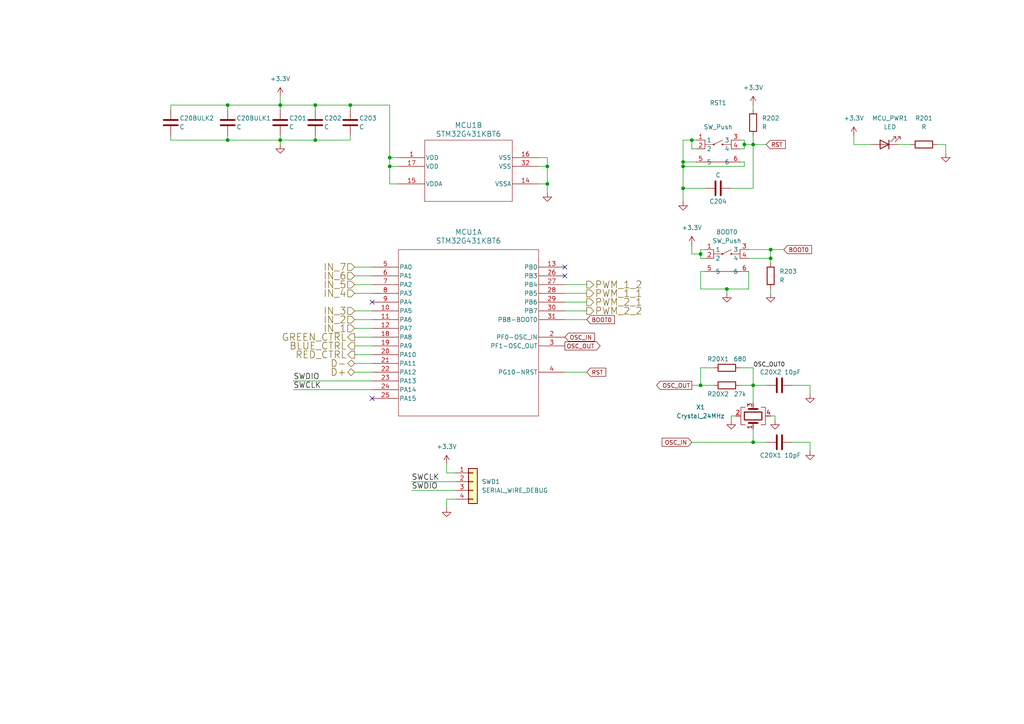
<source format=kicad_sch>
(kicad_sch (version 20230121) (generator eeschema)
  (paper "A4")
  (title_block (title "Microcontroller Circuity") (date "2023-12-02") (rev "0") (company "Univerity of Pretoria"))
  (lib_symbols
    (symbol "Connector_Generic:Conn_01x04" (pin_names (offset 1.016) hide)
      (property "Reference" "J" (at 0 5.08 0))
      (property "Value" "Conn_01x04" (at 0 -7.62 0))
      (symbol "Conn_01x04_1_1"
        (rectangle (start -1.27 -4.953) (end 0 -5.207) (stroke (width 0.1524)))
        (rectangle (start -1.27 -2.413) (end 0 -2.667) (stroke (width 0.1524)))
        (rectangle (start -1.27 0.127) (end 0 -0.127) (stroke (width 0.1524)))
        (rectangle (start -1.27 2.667) (end 0 2.413) (stroke (width 0.1524)))
        (rectangle (start -1.27 3.81) (end 1.27 -6.35) (stroke (width 0.254)) (fill (type background)))
        (pin passive line (at -5.08 2.54 0) (length 3.81) (name "Pin_1") (number "1"))
        (pin passive line (at -5.08 0 0) (length 3.81) (name "Pin_2") (number "2"))
        (pin passive line (at -5.08 -2.54 0) (length 3.81) (name "Pin_3") (number "3"))
        (pin passive line (at -5.08 -5.08 0) (length 3.81) (name "Pin_4") (number "4"))
      )
    )
    (symbol "Device:C" (pin_numbers hide) (pin_names (offset 0.254))
      (property "Reference" "C" (at 0.635 2.54 0))
      (property "Value" "C" (at 0.635 -2.54 0))
      (symbol "C_0_1"
        (polyline (pts (xy -2.032 -0.762) (xy 2.032 -0.762)) (stroke (width 0.508)))
        (polyline (pts (xy -2.032 0.762) (xy 2.032 0.762)) (stroke (width 0.508)))
      )
      (symbol "C_1_1"
        (pin passive line (at 0 3.81 270) (length 2.794) (name "~") (number "1"))
        (pin passive line (at 0 -3.81 90) (length 2.794) (name "~") (number "2"))
      )
    )
    (symbol "Device:Crystal_GND24" (pin_names (offset 1.016) hide)
      (property "Reference" "Y" (at 3.175 5.08 0))
      (property "Value" "Crystal_GND24" (at 3.175 3.175 0))
      (symbol "Crystal_GND24_0_1"
        (rectangle (start -1.143 2.54) (end 1.143 -2.54) (stroke (width 0.3048)))
        (polyline (pts (xy -2.54 0) (xy -2.032 0)))
        (polyline (pts (xy -2.032 -1.27) (xy -2.032 1.27)) (stroke (width 0.508)))
        (polyline (pts (xy 0 -3.81) (xy 0 -3.556)))
        (polyline (pts (xy 0 3.556) (xy 0 3.81)))
        (polyline (pts (xy 2.032 -1.27) (xy 2.032 1.27)) (stroke (width 0.508)))
        (polyline (pts (xy 2.032 0) (xy 2.54 0)))
        (polyline (pts (xy -2.54 -2.286) (xy -2.54 -3.556) (xy 2.54 -3.556) (xy 2.54 -2.286)))
        (polyline (pts (xy -2.54 2.286) (xy -2.54 3.556) (xy 2.54 3.556) (xy 2.54 2.286)))
      )
      (symbol "Crystal_GND24_1_1"
        (pin passive line (at -3.81 0 0) (length 1.27) (name "1") (number "1"))
        (pin passive line (at 0 5.08 270) (length 1.27) (name "2") (number "2"))
        (pin passive line (at 3.81 0 180) (length 1.27) (name "3") (number "3"))
        (pin passive line (at 0 -5.08 90) (length 1.27) (name "4") (number "4"))
      )
    )
    (symbol "Device:LED" (pin_numbers hide) (pin_names (offset 1.016) hide)
      (property "Reference" "D" (at 0 2.54 0))
      (property "Value" "LED" (at 0 -2.54 0))
      (symbol "LED_0_1"
        (polyline (pts (xy -1.27 -1.27) (xy -1.27 1.27)) (stroke (width 0.254)))
        (polyline (pts (xy -1.27 0) (xy 1.27 0)))
        (polyline (pts (xy 1.27 -1.27) (xy 1.27 1.27) (xy -1.27 0) (xy 1.27 -1.27)) (stroke (width 0.254)))
        (polyline (pts (xy -3.048 -0.762) (xy -4.572 -2.286) (xy -3.81 -2.286) (xy -4.572 -2.286) (xy -4.572 -1.524)))
        (polyline (pts (xy -1.778 -0.762) (xy -3.302 -2.286) (xy -2.54 -2.286) (xy -3.302 -2.286) (xy -3.302 -1.524)))
      )
      (symbol "LED_1_1"
        (pin passive line (at -3.81 0 0) (length 2.54) (name "K") (number "1"))
        (pin passive line (at 3.81 0 180) (length 2.54) (name "A") (number "2"))
      )
    )
    (symbol "Device:R" (pin_numbers hide) (pin_names (offset 0))
      (property "Reference" "R" (at 2.032 0 90))
      (property "Value" "R" (at 0 0 90))
      (symbol "R_0_1"
        (rectangle (start -1.016 -2.54) (end 1.016 2.54) (stroke (width 0.254)))
      )
      (symbol "R_1_1"
        (pin passive line (at 0 3.81 270) (length 1.27) (name "~") (number "1"))
        (pin passive line (at 0 -3.81 90) (length 1.27) (name "~") (number "2"))
      )
    )
    (symbol "STM32G431:STM32G431KBT6" (pin_names (offset 0.254))
      (property "Reference" "U" (at 27.94 10.16 0))
      (property "Value" "STM32G431KBT6" (at 27.94 7.62 0))
      (symbol "STM32G431KBT6_1_1"
        (polyline (pts (xy 7.62 -43.18) (xy 48.26 -43.18)) (stroke (width 0.127)))
        (polyline (pts (xy 7.62 5.08) (xy 7.62 -43.18)) (stroke (width 0.127)))
        (polyline (pts (xy 48.26 -43.18) (xy 48.26 5.08)) (stroke (width 0.127)))
        (polyline (pts (xy 48.26 5.08) (xy 7.62 5.08)) (stroke (width 0.127)))
        (pin bidirectional line (at 0 -12.7 0) (length 7.62) (name "PA5") (number "10"))
        (pin bidirectional line (at 0 -15.24 0) (length 7.62) (name "PA6") (number "11"))
        (pin bidirectional line (at 0 -17.78 0) (length 7.62) (name "PA7") (number "12"))
        (pin bidirectional line (at 55.88 0 180) (length 7.62) (name "PB0") (number "13"))
        (pin bidirectional line (at 0 -20.32 0) (length 7.62) (name "PA8") (number "18"))
        (pin bidirectional line (at 0 -22.86 0) (length 7.62) (name "PA9") (number "19"))
        (pin bidirectional line (at 55.88 -20.32 180) (length 7.62) (name "PF0-OSC_IN") (number "2"))
        (pin bidirectional line (at 0 -25.4 0) (length 7.62) (name "PA10") (number "20"))
        (pin bidirectional line (at 0 -27.94 0) (length 7.62) (name "PA11") (number "21"))
        (pin bidirectional line (at 0 -30.48 0) (length 7.62) (name "PA12") (number "22"))
        (pin bidirectional line (at 0 -33.02 0) (length 7.62) (name "PA13") (number "23"))
        (pin bidirectional line (at 0 -35.56 0) (length 7.62) (name "PA14") (number "24"))
        (pin bidirectional line (at 0 -38.1 0) (length 7.62) (name "PA15") (number "25"))
        (pin bidirectional line (at 55.88 -2.54 180) (length 7.62) (name "PB3") (number "26"))
        (pin bidirectional line (at 55.88 -5.08 180) (length 7.62) (name "PB4") (number "27"))
        (pin bidirectional line (at 55.88 -7.62 180) (length 7.62) (name "PB5") (number "28"))
        (pin bidirectional line (at 55.88 -10.16 180) (length 7.62) (name "PB6") (number "29"))
        (pin bidirectional line (at 55.88 -22.86 180) (length 7.62) (name "PF1-OSC_OUT") (number "3"))
        (pin bidirectional line (at 55.88 -12.7 180) (length 7.62) (name "PB7") (number "30"))
        (pin bidirectional line (at 55.88 -15.24 180) (length 7.62) (name "PB8-BOOT0") (number "31"))
        (pin bidirectional line (at 55.88 -30.48 180) (length 7.62) (name "PG10-NRST") (number "4"))
        (pin bidirectional line (at 0 0 0) (length 7.62) (name "PA0") (number "5"))
        (pin bidirectional line (at 0 -2.54 0) (length 7.62) (name "PA1") (number "6"))
        (pin bidirectional line (at 0 -5.08 0) (length 7.62) (name "PA2") (number "7"))
        (pin bidirectional line (at 0 -7.62 0) (length 7.62) (name "PA3") (number "8"))
        (pin bidirectional line (at 0 -10.16 0) (length 7.62) (name "PA4") (number "9"))
      )
      (symbol "STM32G431KBT6_2_1"
        (polyline (pts (xy 7.62 -12.7) (xy 33.02 -12.7)) (stroke (width 0.127)))
        (polyline (pts (xy 7.62 5.08) (xy 7.62 -12.7)) (stroke (width 0.127)))
        (polyline (pts (xy 33.02 -12.7) (xy 33.02 5.08)) (stroke (width 0.127)))
        (polyline (pts (xy 33.02 5.08) (xy 7.62 5.08)) (stroke (width 0.127)))
        (pin power_in line (at 0 0 0) (length 7.62) (name "VDD") (number "1"))
        (pin power_in line (at 40.64 -7.62 180) (length 7.62) (name "VSSA") (number "14"))
        (pin power_in line (at 0 -7.62 0) (length 7.62) (name "VDDA") (number "15"))
        (pin power_in line (at 40.64 0 180) (length 7.62) (name "VSS") (number "16"))
        (pin power_in line (at 0 -2.54 0) (length 7.62) (name "VDD") (number "17"))
        (pin power_in line (at 40.64 -2.54 180) (length 7.62) (name "VSS") (number "32"))
      )
    )
    (symbol "SWITCH:435151014824"
      (property "Reference" "SW" (at 0 0 0))
      (symbol "435151014824_0_1"
        (circle (center -1.27 -5.08) (radius 0.127) (stroke (width 0.254)))
        (polyline (pts (xy -3.81 -5.08) (xy -1.27 -5.08)) (stroke (width 0.127)))
        (polyline (pts (xy -1.27 -5.08) (xy 1.27 -3.81)) (stroke (width 0.127)))
        (polyline (pts (xy 1.27 -5.08) (xy 3.81 -5.08)) (stroke (width 0.127)))
        (polyline (pts (xy 3.81 -10.16) (xy -3.81 -10.16)))
        (circle (center 1.27 -5.08) (radius 0.127) (stroke (width 0.254)))
      )
      (symbol "435151014824_1_1"
        (polyline (pts (xy -3.81 -3.81) (xy -3.81 -6.35)))
        (polyline (pts (xy 3.81 -6.35) (xy 3.81 -3.81)))
        (pin input line (at -6.35 -3.81 0) (length 2.54) (name "1") (number "1"))
        (pin input line (at -6.35 -6.35 0) (length 2.54) (name "2") (number "2"))
        (pin output line (at 6.35 -3.81 180) (length 2.54) (name "3") (number "3"))
        (pin output line (at 6.35 -6.35 180) (length 2.54) (name "4") (number "4"))
        (pin input line (at -6.35 -10.16 0) (length 2.54) (name "5") (number "5"))
        (pin input line (at 6.35 -10.16 180) (length 2.54) (name "6") (number "6"))
      )
    )
    (symbol "power:+3.3V" (power) (pin_names (offset 0))
      (property "Value" "+3.3V" (at 0 3.556 0))
      (symbol "+3.3V_0_1"
        (polyline (pts (xy -0.762 1.27) (xy 0 2.54)))
        (polyline (pts (xy 0 0) (xy 0 2.54)))
        (polyline (pts (xy 0 2.54) (xy 0.762 1.27)))
      )
      (symbol "+3.3V_1_1"
        (pin power_in line (at 0 0 90) (length 0) hide (name "+3.3V") (number "1"))
      )
    )
    (symbol "power:GND" (power) (pin_names (offset 0))
      (property "Value" "GND" (at 0 -3.81 0))
      (symbol "GND_0_1"
        (polyline (pts (xy 0 0) (xy 0 -1.27) (xy 1.27 -1.27) (xy 0 -2.54) (xy -1.27 -1.27) (xy 0 -1.27)))
      )
      (symbol "GND_1_1"
        (pin power_in line (at 0 0 270) (length 0) hide (name "GND") (number "1"))
      )
    )
  )
  (junction (at 215.9 41.91))
  (junction (at 91.44 30.48))
  (junction (at 200.66 40.64))
  (junction (at 198.12 46.99))
  (junction (at 218.44 111.76))
  (junction (at 158.75 48.26))
  (junction (at 66.04 30.48))
  (junction (at 101.6 30.48))
  (junction (at 66.04 40.64))
  (junction (at 81.28 40.64))
  (junction (at 203.2 111.76))
  (junction (at 218.44 41.91))
  (junction (at 198.12 54.61))
  (junction (at 203.2 73.66))
  (junction (at 210.82 83.82))
  (junction (at 218.44 128.27))
  (junction (at 223.52 74.93))
  (junction (at 198.12 48.26))
  (junction (at 113.03 48.26))
  (junction (at 113.03 45.72))
  (junction (at 91.44 40.64))
  (junction (at 81.28 30.48))
  (junction (at 223.52 72.39))
  (junction (at 158.75 53.34))
  (no_connect (at 107.95 115.57))
  (no_connect (at 107.95 87.63))
  (no_connect (at 163.83 77.47))
  (no_connect (at 163.83 80.01))
  (wire (pts (xy 234.95 128.27) (xy 234.95 130.81)))
  (wire (pts (xy 102.87 82.55) (xy 107.95 82.55)))
  (wire (pts (xy 214.63 40.64) (xy 215.9 40.64)))
  (wire (pts (xy 102.87 77.47) (xy 107.95 77.47)))
  (wire (pts (xy 212.09 120.65) (xy 212.09 121.92)))
  (wire (pts (xy 101.6 30.48) (xy 113.03 30.48)))
  (wire (pts (xy 203.2 78.74) (xy 203.2 83.82)))
  (wire (pts (xy 113.03 48.26) (xy 113.03 45.72)))
  (wire (pts (xy 102.87 90.17) (xy 107.95 90.17)))
  (wire (pts (xy 49.53 40.64) (xy 66.04 40.64)))
  (wire (pts (xy 203.2 111.76) (xy 207.01 111.76)))
  (wire (pts (xy 198.12 54.61) (xy 204.47 54.61)))
  (wire (pts (xy 91.44 30.48) (xy 101.6 30.48)))
  (wire (pts (xy 212.09 54.61) (xy 218.44 54.61)))
  (wire (pts (xy 224.79 120.65) (xy 224.79 121.92)))
  (wire (pts (xy 49.53 39.37) (xy 49.53 40.64)))
  (wire (pts (xy 217.17 72.39) (xy 223.52 72.39)))
  (wire (pts (xy 163.83 82.55) (xy 170.18 82.55)))
  (wire (pts (xy 198.12 48.26) (xy 215.9 48.26)))
  (wire (pts (xy 115.57 48.26) (xy 113.03 48.26)))
  (wire (pts (xy 218.44 41.91) (xy 218.44 39.37)))
  (wire (pts (xy 210.82 83.82) (xy 217.17 83.82)))
  (wire (pts (xy 229.87 128.27) (xy 234.95 128.27)))
  (wire (pts (xy 200.66 73.66) (xy 200.66 71.12)))
  (wire (pts (xy 214.63 43.18) (xy 215.9 43.18)))
  (wire (pts (xy 247.65 41.91) (xy 252.73 41.91)))
  (wire (pts (xy 218.44 128.27) (xy 200.66 128.27)))
  (wire (pts (xy 223.52 120.65) (xy 224.79 120.65)))
  (wire (pts (xy 81.28 40.64) (xy 81.28 41.91)))
  (wire (pts (xy 215.9 41.91) (xy 218.44 41.91)))
  (wire (pts (xy 218.44 41.91) (xy 218.44 54.61)))
  (wire (pts (xy 49.53 31.75) (xy 49.53 30.48)))
  (wire (pts (xy 218.44 41.91) (xy 222.25 41.91)))
  (wire (pts (xy 158.75 45.72) (xy 158.75 48.26)))
  (wire (pts (xy 102.87 95.25) (xy 107.95 95.25)))
  (wire (pts (xy 113.03 30.48) (xy 113.03 45.72)))
  (wire (pts (xy 129.54 144.78) (xy 129.54 147.32)))
  (wire (pts (xy 198.12 54.61) (xy 198.12 58.42)))
  (wire (pts (xy 204.47 72.39) (xy 203.2 72.39)))
  (wire (pts (xy 119.38 142.24) (xy 132.08 142.24)))
  (wire (pts (xy 163.83 87.63) (xy 170.18 87.63)))
  (wire (pts (xy 81.28 30.48) (xy 91.44 30.48)))
  (wire (pts (xy 218.44 30.48) (xy 218.44 31.75)))
  (wire (pts (xy 215.9 43.18) (xy 215.9 41.91)))
  (wire (pts (xy 198.12 46.99) (xy 201.93 46.99)))
  (wire (pts (xy 102.87 102.87) (xy 107.95 102.87)))
  (wire (pts (xy 203.2 73.66) (xy 200.66 73.66)))
  (wire (pts (xy 203.2 106.68) (xy 203.2 111.76)))
  (wire (pts (xy 102.87 80.01) (xy 107.95 80.01)))
  (wire (pts (xy 91.44 40.64) (xy 91.44 39.37)))
  (wire (pts (xy 163.83 90.17) (xy 170.18 90.17)))
  (wire (pts (xy 203.2 83.82) (xy 210.82 83.82)))
  (wire (pts (xy 215.9 46.99) (xy 215.9 48.26)))
  (wire (pts (xy 81.28 39.37) (xy 81.28 40.64)))
  (wire (pts (xy 115.57 45.72) (xy 113.03 45.72)))
  (wire (pts (xy 158.75 53.34) (xy 158.75 55.88)))
  (wire (pts (xy 210.82 83.82) (xy 210.82 85.09)))
  (wire (pts (xy 163.83 85.09) (xy 170.18 85.09)))
  (wire (pts (xy 201.93 43.18) (xy 200.66 43.18)))
  (wire (pts (xy 198.12 48.26) (xy 198.12 46.99)))
  (wire (pts (xy 200.66 40.64) (xy 200.66 43.18)))
  (wire (pts (xy 198.12 46.99) (xy 198.12 40.64)))
  (wire (pts (xy 129.54 137.16) (xy 129.54 134.62)))
  (wire (pts (xy 158.75 48.26) (xy 158.75 53.34)))
  (wire (pts (xy 274.32 41.91) (xy 274.32 44.45)))
  (wire (pts (xy 66.04 39.37) (xy 66.04 40.64)))
  (wire (pts (xy 203.2 74.93) (xy 204.47 74.93)))
  (wire (pts (xy 218.44 124.46) (xy 218.44 128.27)))
  (wire (pts (xy 213.36 120.65) (xy 212.09 120.65)))
  (wire (pts (xy 66.04 30.48) (xy 66.04 31.75)))
  (wire (pts (xy 198.12 54.61) (xy 198.12 48.26)))
  (wire (pts (xy 215.9 40.64) (xy 215.9 41.91)))
  (wire (pts (xy 101.6 30.48) (xy 101.6 31.75)))
  (wire (pts (xy 170.18 92.71) (xy 163.83 92.71)))
  (wire (pts (xy 218.44 128.27) (xy 222.25 128.27)))
  (wire (pts (xy 156.21 45.72) (xy 158.75 45.72)))
  (wire (pts (xy 85.09 110.49) (xy 107.95 110.49)))
  (wire (pts (xy 66.04 40.64) (xy 81.28 40.64)))
  (wire (pts (xy 81.28 30.48) (xy 81.28 27.94)))
  (wire (pts (xy 223.52 83.82) (xy 223.52 85.09)))
  (wire (pts (xy 218.44 111.76) (xy 218.44 116.84)))
  (wire (pts (xy 49.53 30.48) (xy 66.04 30.48)))
  (wire (pts (xy 207.01 106.68) (xy 203.2 106.68)))
  (wire (pts (xy 203.2 73.66) (xy 203.2 74.93)))
  (wire (pts (xy 218.44 106.68) (xy 214.63 106.68)))
  (wire (pts (xy 217.17 78.74) (xy 217.17 83.82)))
  (wire (pts (xy 113.03 48.26) (xy 113.03 53.34)))
  (wire (pts (xy 229.87 111.76) (xy 234.95 111.76)))
  (wire (pts (xy 200.66 111.76) (xy 203.2 111.76)))
  (wire (pts (xy 102.87 85.09) (xy 107.95 85.09)))
  (wire (pts (xy 81.28 30.48) (xy 66.04 30.48)))
  (wire (pts (xy 247.65 41.91) (xy 247.65 39.37)))
  (wire (pts (xy 260.35 41.91) (xy 264.16 41.91)))
  (wire (pts (xy 102.87 100.33) (xy 107.95 100.33)))
  (wire (pts (xy 156.21 53.34) (xy 158.75 53.34)))
  (wire (pts (xy 218.44 106.68) (xy 218.44 111.76)))
  (wire (pts (xy 102.87 92.71) (xy 107.95 92.71)))
  (wire (pts (xy 102.87 97.79) (xy 107.95 97.79)))
  (wire (pts (xy 163.83 107.95) (xy 170.18 107.95)))
  (wire (pts (xy 198.12 40.64) (xy 200.66 40.64)))
  (wire (pts (xy 223.52 74.93) (xy 223.52 76.2)))
  (wire (pts (xy 101.6 39.37) (xy 101.6 40.64)))
  (wire (pts (xy 217.17 74.93) (xy 223.52 74.93)))
  (wire (pts (xy 132.08 144.78) (xy 129.54 144.78)))
  (wire (pts (xy 102.87 105.41) (xy 107.95 105.41)))
  (wire (pts (xy 234.95 111.76) (xy 234.95 114.3)))
  (wire (pts (xy 203.2 72.39) (xy 203.2 73.66)))
  (wire (pts (xy 156.21 48.26) (xy 158.75 48.26)))
  (wire (pts (xy 81.28 40.64) (xy 91.44 40.64)))
  (wire (pts (xy 91.44 30.48) (xy 91.44 31.75)))
  (wire (pts (xy 81.28 30.48) (xy 81.28 31.75)))
  (wire (pts (xy 271.78 41.91) (xy 274.32 41.91)))
  (wire (pts (xy 223.52 72.39) (xy 227.33 72.39)))
  (wire (pts (xy 102.87 107.95) (xy 107.95 107.95)))
  (wire (pts (xy 91.44 40.64) (xy 101.6 40.64)))
  (wire (pts (xy 223.52 72.39) (xy 223.52 74.93)))
  (wire (pts (xy 218.44 111.76) (xy 222.25 111.76)))
  (wire (pts (xy 214.63 111.76) (xy 218.44 111.76)))
  (wire (pts (xy 204.47 78.74) (xy 203.2 78.74)))
  (wire (pts (xy 85.09 113.03) (xy 107.95 113.03)))
  (wire (pts (xy 214.63 46.99) (xy 215.9 46.99)))
  (wire (pts (xy 113.03 53.34) (xy 115.57 53.34)))
  (wire (pts (xy 132.08 137.16) (xy 129.54 137.16)))
  (wire (pts (xy 119.38 139.7) (xy 132.08 139.7)))
  (wire (pts (xy 200.66 40.64) (xy 201.93 40.64)))
  (label "SWCLK" (at 119.38 139.7 0) (effects (font (size 1.6 1.6))))
  (label "SWDIO" (at 119.38 142.24 0) (effects (font (size 1.6 1.6))))
  (label "OSC_OUT0" (at 218.44 106.68 0) (effects (font (size 1.2 1.2))))
  (label "SWCLK" (at 85.09 113.03 0) (effects (font (size 1.6 1.6))))
  (label "SWDIO" (at 85.09 110.49 0) (effects (font (size 1.6 1.6))))
  (global_label "RST" (shape input) (at 170.18 107.95 0) (effects (font (size 1.2 1.2))) (property "Intersheetrefs" "${INTERSHEET_REFS}" (effects hide)))
  (global_label "BOOT0" (shape input) (at 227.33 72.39 0) (effects (font (size 1.2 1.2))) (property "Intersheetrefs" "${INTERSHEET_REFS}" (effects hide)))
  (global_label "OSC_IN" (shape input) (at 200.66 128.27 180) (effects (font (size 1.2 1.2))) (property "Intersheetrefs" "${INTERSHEET_REFS}" (effects hide)))
  (global_label "OSC_IN" (shape input) (at 163.83 97.79 0) (effects (font (size 1.2 1.2))) (property "Intersheetrefs" "${INTERSHEET_REFS}" (effects hide)))
  (global_label "OSC_OUT" (shape output) (at 200.66 111.76 180) (effects (font (size 1.2 1.2))) (property "Intersheetrefs" "${INTERSHEET_REFS}" (effects hide)))
  (global_label "RST" (shape input) (at 222.25 41.91 0) (effects (font (size 1.2 1.2))) (property "Intersheetrefs" "${INTERSHEET_REFS}" (effects hide)))
  (global_label "BOOT0" (shape input) (at 170.18 92.71 0) (effects (font (size 1.2 1.2))) (property "Intersheetrefs" "${INTERSHEET_REFS}" (effects hide)))
  (global_label "OSC_OUT" (shape output) (at 163.83 100.33 0) (effects (font (size 1.2 1.2))) (property "Intersheetrefs" "${INTERSHEET_REFS}" (effects hide)))
  (hierarchical_label "PWM_1_1" (shape output) (at 170.18 85.09 0) (effects (font (size 2.032 2.032))))
  (hierarchical_label "IN_4" (shape input) (at 102.87 85.09 180) (effects (font (size 2.032 2.032))))
  (hierarchical_label "PWM_2_2" (shape output) (at 170.18 90.17 0) (effects (font (size 2.032 2.032))))
  (hierarchical_label "D+" (shape bidirectional) (at 102.87 107.95 180) (effects (font (size 2.032 2.032))))
  (hierarchical_label "IN_6" (shape input) (at 102.87 80.01 180) (effects (font (size 2.032 2.032))))
  (hierarchical_label "BLUE_CTRL" (shape output) (at 102.87 100.33 180) (effects (font (size 2.032 2.032))))
  (hierarchical_label "IN_2" (shape input) (at 102.87 92.71 180) (effects (font (size 2.032 2.032))))
  (hierarchical_label "GREEN_CTRL" (shape output) (at 102.87 97.79 180) (effects (font (size 2.032 2.032))))
  (hierarchical_label "IN_5" (shape input) (at 102.87 82.55 180) (effects (font (size 2.032 2.032))))
  (hierarchical_label "IN_3" (shape input) (at 102.87 90.17 180) (effects (font (size 2.032 2.032))))
  (hierarchical_label "PWM_2_1" (shape output) (at 170.18 87.63 0) (effects (font (size 2.032 2.032))))
  (hierarchical_label "PWM_1_2" (shape output) (at 170.18 82.55 0) (effects (font (size 2.032 2.032))))
  (hierarchical_label "D-" (shape bidirectional) (at 102.87 105.41 180) (effects (font (size 2.032 2.032))))
  (hierarchical_label "RED_CTRL" (shape output) (at 102.87 102.87 180) (effects (font (size 2.032 2.032))))
  (hierarchical_label "IN_1" (shape input) (at 102.87 95.25 180) (effects (font (size 2.032 2.032))))
  (hierarchical_label "IN_7" (shape input) (at 102.87 77.47 180) (effects (font (size 2.032 2.032))))
  (symbol (lib_id "STM32G431:STM32G431KBT6") (at 107.95 77.47 0) (unit 1)
    (property "Reference" "MCU1" (at 135.89 67.31 0) (effects (font (size 1.524 1.524))))
    (property "Value" "STM32G431KBT6" (at 135.89 69.85 0) (effects (font (size 1.524 1.524))))
    (property "Footprint" "Package_QFP:LQFP-32_7x7mm_P0.8mm" (effects hide))
    (property "Datasheet" "STM32G431KBT6" (effects hide))
  )
  (symbol (lib_id "Device:C") (at 101.6 35.56 0) (unit 1)
    (property "Reference" "C203" (at 104.14 34.29 0) (effects (justify left)))
    (property "Value" "C" (at 104.14 36.83 0) (effects (justify left)))
    (property "Footprint" "Capacitor_SMD:C_0402_1005Metric" (effects hide))
  )
  (symbol (lib_id "power:+3.3V") (at 247.65 39.37 0) (unit 1)
    (property "Reference" "#PWR076" (effects hide))
    (property "Value" "+3.3V" (at 247.65 34.29 0))
  )
  (symbol (lib_id "Device:R") (at 218.44 35.56 0) (unit 1)
    (property "Reference" "R202" (at 220.98 34.29 0) (effects (justify left)))
    (property "Value" "R" (at 220.98 36.83 0) (effects (justify left)))
    (property "Footprint" "Resistor_SMD:R_0603_1608Metric" (effects hide))
  )
  (symbol (lib_id "Device:C") (at 49.53 35.56 0) (unit 1)
    (property "Reference" "C20BULK2" (at 52.07 34.29 0) (effects (justify left)))
    (property "Value" "C" (at 52.07 36.83 0) (effects (justify left)))
    (property "Footprint" "Capacitor_SMD:C_0603_1608Metric" (effects hide))
  )
  (symbol (lib_id "Device:C") (at 66.04 35.56 0) (unit 1)
    (property "Reference" "C20BULK1" (at 68.58 34.29 0) (effects (justify left)))
    (property "Value" "C" (at 68.58 36.83 0) (effects (justify left)))
    (property "Footprint" "Capacitor_SMD:C_0603_1608Metric" (effects hide))
  )
  (symbol (lib_id "SWITCH:435151014824") (at 210.82 68.58 0) (unit 1)
    (property "Reference" "BOOT0" (at 210.82 67.31 0))
    (property "Value" "SW_Push" (at 210.82 69.85 0))
    (property "Footprint" "SWITCH:Wurth" (effects hide))
    (property "Datasheet" "PTS647SM38SMTR2LFS" (effects hide))
  )
  (symbol (lib_id "power:GND") (at 198.12 58.42 0) (unit 1)
    (property "Reference" "#PWR074" (effects hide))
    (property "Value" "GND" (effects hide))
  )
  (symbol (lib_id "power:+3.3V") (at 129.54 134.62 0) (unit 1)
    (property "Reference" "#PWR071" (effects hide))
    (property "Value" "+3.3V" (at 129.54 129.54 0))
  )
  (symbol (lib_id "Device:C") (at 226.06 111.76 90) (unit 1)
    (property "Reference" "C20X2" (at 223.52 107.95 90))
    (property "Value" "10pF" (at 229.87 107.95 90))
    (property "Footprint" "Capacitor_SMD:C_0603_1608Metric" (effects hide))
  )
  (symbol (lib_id "Device:LED") (at 256.54 41.91 180) (unit 1)
    (property "Reference" "MCU_PWR1" (at 258.1275 34.29 0))
    (property "Value" "LED" (at 258.1275 36.83 0))
    (property "Footprint" "LED_SMD:LED_0603_1608Metric" (effects hide))
  )
  (symbol (lib_id "power:GND") (at 224.79 121.92 0) (mirror y) (unit 1)
    (property "Reference" "#PWR083" (effects hide))
    (property "Value" "GND" (effects hide))
  )
  (symbol (lib_id "Device:Crystal_GND24") (at 218.44 120.65 90) (unit 1)
    (property "Reference" "X1" (at 203.2 118.11 90))
    (property "Value" "Crystal_24MHz" (at 203.2 120.65 90))
    (property "Footprint" "Crystal:Crystal_SMD_3225-4Pin_3.2x2.5mm" (effects hide))
  )
  (symbol (lib_id "power:GND") (at 129.54 147.32 0) (unit 1)
    (property "Reference" "#PWR070" (effects hide))
    (property "Value" "GND" (effects hide))
  )
  (symbol (lib_id "Device:C") (at 81.28 35.56 0) (unit 1)
    (property "Reference" "C201" (at 83.82 34.29 0) (effects (justify left)))
    (property "Value" "C" (at 83.82 36.83 0) (effects (justify left)))
    (property "Footprint" "Capacitor_SMD:C_1206_3216Metric" (effects hide))
  )
  (symbol (lib_id "power:+3.3V") (at 81.28 27.94 0) (unit 1)
    (property "Reference" "#PWR01" (effects hide))
    (property "Value" "+3.3V" (at 81.28 22.86 0))
  )
  (symbol (lib_id "Device:R") (at 210.82 111.76 90) (unit 1)
    (property "Reference" "R20X2" (at 208.28 114.3 90))
    (property "Value" "27k" (at 214.63 114.3 90))
    (property "Footprint" "Resistor_SMD:R_0603_1608Metric" (effects hide))
  )
  (symbol (lib_id "power:GND") (at 158.75 55.88 0) (unit 1)
    (property "Reference" "#PWR02" (effects hide))
    (property "Value" "GND" (effects hide))
  )
  (symbol (lib_id "Connector_Generic:Conn_01x04") (at 137.16 139.7 0) (unit 1)
    (property "Reference" "SWD1" (at 139.7 139.7 0) (effects (justify left)))
    (property "Value" "SERIAL_WIRE_DEBUG" (at 139.7 142.24 0) (effects (justify left)))
    (property "Footprint" "Connector_PinHeader_2.54mm:PinHeader_1x04_P2.54mm_Vertical" (effects hide))
  )
  (symbol (lib_id "power:GND") (at 234.95 130.81 0) (mirror y) (unit 1)
    (property "Reference" "#PWR084" (effects hide))
    (property "Value" "GND" (effects hide))
  )
  (symbol (lib_id "SWITCH:435151014824") (at 208.28 36.83 0) (unit 1)
    (property "Reference" "RST1" (at 208.28 29.845 0))
    (property "Value" "SW_Push" (at 208.28 36.83 0))
    (property "Footprint" "SWITCH:Wurth" (effects hide))
    (property "Datasheet" "PTS647SM38SMTR2LFS" (effects hide))
  )
  (symbol (lib_id "power:+3.3V") (at 218.44 30.48 0) (unit 1)
    (property "Reference" "#PWR073" (effects hide))
    (property "Value" "+3.3V" (at 218.44 25.4 0))
  )
  (symbol (lib_id "STM32G431:STM32G431KBT6") (at 115.57 45.72 0) (unit 2)
    (property "Reference" "MCU1" (at 135.89 36.322 0) (effects (font (size 1.524 1.524))))
    (property "Value" "STM32G431KBT6" (at 135.89 38.862 0) (effects (font (size 1.524 1.524))))
    (property "Footprint" "Package_QFP:LQFP-32_7x7mm_P0.8mm" (effects hide))
    (property "Datasheet" "STM32G431KBT6" (effects hide))
  )
  (symbol (lib_id "Device:R") (at 267.97 41.91 90) (unit 1)
    (property "Reference" "R201" (at 267.97 34.29 90))
    (property "Value" "R" (at 267.97 36.83 90))
    (property "Footprint" "Resistor_SMD:R_0603_1608Metric" (effects hide))
  )
  (symbol (lib_id "power:+3.3V") (at 200.66 71.12 0) (unit 1)
    (property "Reference" "#PWR075" (effects hide))
    (property "Value" "+3.3V" (at 200.66 66.04 0))
  )
  (symbol (lib_id "Device:C") (at 208.28 54.61 90) (unit 1)
    (property "Reference" "C204" (at 208.28 58.42 90))
    (property "Value" "C" (at 208.28 50.8 90))
    (property "Footprint" "Capacitor_SMD:C_0603_1608Metric" (effects hide))
  )
  (symbol (lib_id "power:GND") (at 210.82 85.09 0) (unit 1)
    (property "Reference" "#PWR022" (effects hide))
    (property "Value" "GND" (effects hide))
  )
  (symbol (lib_id "Device:R") (at 223.52 80.01 0) (unit 1)
    (property "Reference" "R203" (at 226.06 78.74 0) (effects (justify left)))
    (property "Value" "R" (at 226.06 81.28 0) (effects (justify left)))
    (property "Footprint" "Resistor_SMD:R_0603_1608Metric" (effects hide))
  )
  (symbol (lib_id "Device:C") (at 226.06 128.27 90) (unit 1)
    (property "Reference" "C20X1" (at 223.52 132.08 90))
    (property "Value" "10pF" (at 229.87 132.08 90))
    (property "Footprint" "Capacitor_SMD:C_0603_1608Metric" (effects hide))
  )
  (symbol (lib_id "power:GND") (at 212.09 121.92 0) (unit 1)
    (property "Reference" "#PWR082" (effects hide))
    (property "Value" "GND" (effects hide))
  )
  (symbol (lib_id "power:GND") (at 81.28 41.91 0) (unit 1)
    (property "Reference" "#PWR08" (effects hide))
    (property "Value" "GND" (effects hide))
  )
  (symbol (lib_id "power:GND") (at 274.32 44.45 0) (unit 1)
    (property "Reference" "#PWR077" (effects hide))
    (property "Value" "GND" (effects hide))
  )
  (symbol (lib_id "power:GND") (at 234.95 114.3 0) (mirror y) (unit 1)
    (property "Reference" "#PWR085" (effects hide))
    (property "Value" "GND" (effects hide))
  )
  (symbol (lib_id "Device:R") (at 210.82 106.68 90) (unit 1)
    (property "Reference" "R20X1" (at 208.28 104.14 90))
    (property "Value" "680" (at 214.63 104.14 90))
    (property "Footprint" "Resistor_SMD:R_0603_1608Metric" (effects hide))
  )
  (symbol (lib_id "Device:C") (at 91.44 35.56 0) (unit 1)
    (property "Reference" "C202" (at 93.98 34.29 0) (effects (justify left)))
    (property "Value" "C" (at 93.98 36.83 0) (effects (justify left)))
    (property "Footprint" "Capacitor_SMD:C_0402_1005Metric" (effects hide))
  )
  (symbol (lib_id "power:GND") (at 223.52 85.09 0) (unit 1)
    (property "Reference" "#PWR072" (effects hide))
    (property "Value" "GND" (effects hide))
  )
)
</source>
